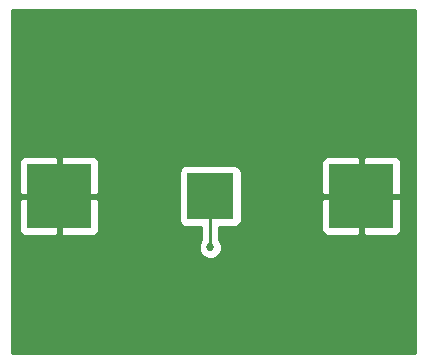
<source format=gbl>
G04 #@! TF.FileFunction,Copper,L2,Bot,Signal*
%FSLAX46Y46*%
G04 Gerber Fmt 4.6, Leading zero omitted, Abs format (unit mm)*
G04 Created by KiCad (PCBNEW 4.0.1-stable) date 2017 February 12, Sunday 16:29:12*
%MOMM*%
G01*
G04 APERTURE LIST*
%ADD10C,0.100000*%
%ADD11R,5.500000X5.500000*%
%ADD12R,4.000000X4.000000*%
%ADD13C,0.685800*%
%ADD14C,0.254000*%
G04 APERTURE END LIST*
D10*
D11*
X183996000Y-99060000D03*
D12*
X171196000Y-99060000D03*
D11*
X158396000Y-99060000D03*
D13*
X171196000Y-103378000D03*
X166370000Y-100584000D03*
X174752000Y-92964000D03*
D14*
X171196000Y-99060000D02*
X171196000Y-103378000D01*
G36*
X188520000Y-112320000D02*
X154380000Y-112320000D01*
X154380000Y-99345750D01*
X155011000Y-99345750D01*
X155011000Y-101936310D01*
X155107673Y-102169699D01*
X155286302Y-102348327D01*
X155519691Y-102445000D01*
X158110250Y-102445000D01*
X158269000Y-102286250D01*
X158269000Y-99187000D01*
X158523000Y-99187000D01*
X158523000Y-102286250D01*
X158681750Y-102445000D01*
X161272309Y-102445000D01*
X161505698Y-102348327D01*
X161684327Y-102169699D01*
X161781000Y-101936310D01*
X161781000Y-99345750D01*
X161622250Y-99187000D01*
X158523000Y-99187000D01*
X158269000Y-99187000D01*
X155169750Y-99187000D01*
X155011000Y-99345750D01*
X154380000Y-99345750D01*
X154380000Y-96183690D01*
X155011000Y-96183690D01*
X155011000Y-98774250D01*
X155169750Y-98933000D01*
X158269000Y-98933000D01*
X158269000Y-95833750D01*
X158523000Y-95833750D01*
X158523000Y-98933000D01*
X161622250Y-98933000D01*
X161781000Y-98774250D01*
X161781000Y-97060000D01*
X168548560Y-97060000D01*
X168548560Y-101060000D01*
X168592838Y-101295317D01*
X168731910Y-101511441D01*
X168944110Y-101656431D01*
X169196000Y-101707440D01*
X170434000Y-101707440D01*
X170434000Y-102756917D01*
X170367460Y-102823341D01*
X170218270Y-103182630D01*
X170217931Y-103571663D01*
X170366493Y-103931212D01*
X170641341Y-104206540D01*
X171000630Y-104355730D01*
X171389663Y-104356069D01*
X171749212Y-104207507D01*
X172024540Y-103932659D01*
X172173730Y-103573370D01*
X172174069Y-103184337D01*
X172025507Y-102824788D01*
X171958000Y-102757163D01*
X171958000Y-101707440D01*
X173196000Y-101707440D01*
X173431317Y-101663162D01*
X173647441Y-101524090D01*
X173792431Y-101311890D01*
X173843440Y-101060000D01*
X173843440Y-99345750D01*
X180611000Y-99345750D01*
X180611000Y-101936310D01*
X180707673Y-102169699D01*
X180886302Y-102348327D01*
X181119691Y-102445000D01*
X183710250Y-102445000D01*
X183869000Y-102286250D01*
X183869000Y-99187000D01*
X184123000Y-99187000D01*
X184123000Y-102286250D01*
X184281750Y-102445000D01*
X186872309Y-102445000D01*
X187105698Y-102348327D01*
X187284327Y-102169699D01*
X187381000Y-101936310D01*
X187381000Y-99345750D01*
X187222250Y-99187000D01*
X184123000Y-99187000D01*
X183869000Y-99187000D01*
X180769750Y-99187000D01*
X180611000Y-99345750D01*
X173843440Y-99345750D01*
X173843440Y-97060000D01*
X173799162Y-96824683D01*
X173660090Y-96608559D01*
X173447890Y-96463569D01*
X173196000Y-96412560D01*
X169196000Y-96412560D01*
X168960683Y-96456838D01*
X168744559Y-96595910D01*
X168599569Y-96808110D01*
X168548560Y-97060000D01*
X161781000Y-97060000D01*
X161781000Y-96183690D01*
X180611000Y-96183690D01*
X180611000Y-98774250D01*
X180769750Y-98933000D01*
X183869000Y-98933000D01*
X183869000Y-95833750D01*
X184123000Y-95833750D01*
X184123000Y-98933000D01*
X187222250Y-98933000D01*
X187381000Y-98774250D01*
X187381000Y-96183690D01*
X187284327Y-95950301D01*
X187105698Y-95771673D01*
X186872309Y-95675000D01*
X184281750Y-95675000D01*
X184123000Y-95833750D01*
X183869000Y-95833750D01*
X183710250Y-95675000D01*
X181119691Y-95675000D01*
X180886302Y-95771673D01*
X180707673Y-95950301D01*
X180611000Y-96183690D01*
X161781000Y-96183690D01*
X161684327Y-95950301D01*
X161505698Y-95771673D01*
X161272309Y-95675000D01*
X158681750Y-95675000D01*
X158523000Y-95833750D01*
X158269000Y-95833750D01*
X158110250Y-95675000D01*
X155519691Y-95675000D01*
X155286302Y-95771673D01*
X155107673Y-95950301D01*
X155011000Y-96183690D01*
X154380000Y-96183690D01*
X154380000Y-83260000D01*
X188520000Y-83260000D01*
X188520000Y-112320000D01*
X188520000Y-112320000D01*
G37*
X188520000Y-112320000D02*
X154380000Y-112320000D01*
X154380000Y-99345750D01*
X155011000Y-99345750D01*
X155011000Y-101936310D01*
X155107673Y-102169699D01*
X155286302Y-102348327D01*
X155519691Y-102445000D01*
X158110250Y-102445000D01*
X158269000Y-102286250D01*
X158269000Y-99187000D01*
X158523000Y-99187000D01*
X158523000Y-102286250D01*
X158681750Y-102445000D01*
X161272309Y-102445000D01*
X161505698Y-102348327D01*
X161684327Y-102169699D01*
X161781000Y-101936310D01*
X161781000Y-99345750D01*
X161622250Y-99187000D01*
X158523000Y-99187000D01*
X158269000Y-99187000D01*
X155169750Y-99187000D01*
X155011000Y-99345750D01*
X154380000Y-99345750D01*
X154380000Y-96183690D01*
X155011000Y-96183690D01*
X155011000Y-98774250D01*
X155169750Y-98933000D01*
X158269000Y-98933000D01*
X158269000Y-95833750D01*
X158523000Y-95833750D01*
X158523000Y-98933000D01*
X161622250Y-98933000D01*
X161781000Y-98774250D01*
X161781000Y-97060000D01*
X168548560Y-97060000D01*
X168548560Y-101060000D01*
X168592838Y-101295317D01*
X168731910Y-101511441D01*
X168944110Y-101656431D01*
X169196000Y-101707440D01*
X170434000Y-101707440D01*
X170434000Y-102756917D01*
X170367460Y-102823341D01*
X170218270Y-103182630D01*
X170217931Y-103571663D01*
X170366493Y-103931212D01*
X170641341Y-104206540D01*
X171000630Y-104355730D01*
X171389663Y-104356069D01*
X171749212Y-104207507D01*
X172024540Y-103932659D01*
X172173730Y-103573370D01*
X172174069Y-103184337D01*
X172025507Y-102824788D01*
X171958000Y-102757163D01*
X171958000Y-101707440D01*
X173196000Y-101707440D01*
X173431317Y-101663162D01*
X173647441Y-101524090D01*
X173792431Y-101311890D01*
X173843440Y-101060000D01*
X173843440Y-99345750D01*
X180611000Y-99345750D01*
X180611000Y-101936310D01*
X180707673Y-102169699D01*
X180886302Y-102348327D01*
X181119691Y-102445000D01*
X183710250Y-102445000D01*
X183869000Y-102286250D01*
X183869000Y-99187000D01*
X184123000Y-99187000D01*
X184123000Y-102286250D01*
X184281750Y-102445000D01*
X186872309Y-102445000D01*
X187105698Y-102348327D01*
X187284327Y-102169699D01*
X187381000Y-101936310D01*
X187381000Y-99345750D01*
X187222250Y-99187000D01*
X184123000Y-99187000D01*
X183869000Y-99187000D01*
X180769750Y-99187000D01*
X180611000Y-99345750D01*
X173843440Y-99345750D01*
X173843440Y-97060000D01*
X173799162Y-96824683D01*
X173660090Y-96608559D01*
X173447890Y-96463569D01*
X173196000Y-96412560D01*
X169196000Y-96412560D01*
X168960683Y-96456838D01*
X168744559Y-96595910D01*
X168599569Y-96808110D01*
X168548560Y-97060000D01*
X161781000Y-97060000D01*
X161781000Y-96183690D01*
X180611000Y-96183690D01*
X180611000Y-98774250D01*
X180769750Y-98933000D01*
X183869000Y-98933000D01*
X183869000Y-95833750D01*
X184123000Y-95833750D01*
X184123000Y-98933000D01*
X187222250Y-98933000D01*
X187381000Y-98774250D01*
X187381000Y-96183690D01*
X187284327Y-95950301D01*
X187105698Y-95771673D01*
X186872309Y-95675000D01*
X184281750Y-95675000D01*
X184123000Y-95833750D01*
X183869000Y-95833750D01*
X183710250Y-95675000D01*
X181119691Y-95675000D01*
X180886302Y-95771673D01*
X180707673Y-95950301D01*
X180611000Y-96183690D01*
X161781000Y-96183690D01*
X161684327Y-95950301D01*
X161505698Y-95771673D01*
X161272309Y-95675000D01*
X158681750Y-95675000D01*
X158523000Y-95833750D01*
X158269000Y-95833750D01*
X158110250Y-95675000D01*
X155519691Y-95675000D01*
X155286302Y-95771673D01*
X155107673Y-95950301D01*
X155011000Y-96183690D01*
X154380000Y-96183690D01*
X154380000Y-83260000D01*
X188520000Y-83260000D01*
X188520000Y-112320000D01*
M02*

</source>
